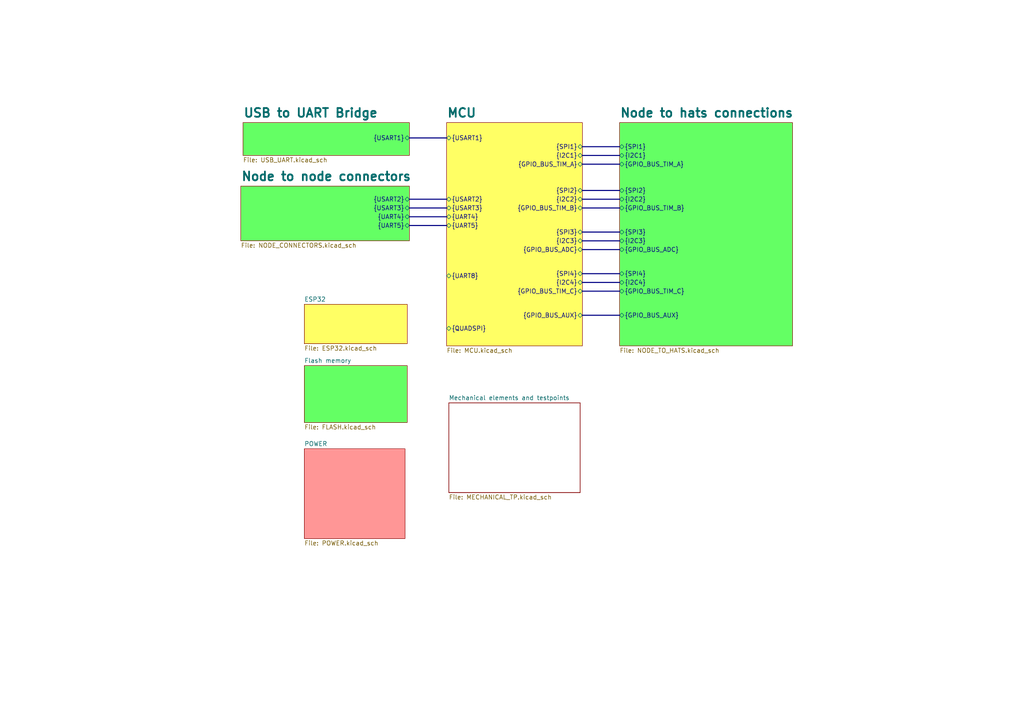
<source format=kicad_sch>
(kicad_sch (version 20211123) (generator eeschema)
  (paper "A4")
  (lib_symbols)
  (bus_alias "USART1" (members "USART1_TX" "USART1_RX"))
  (bus_alias "SPI4" (members "SPI4_SCK" "SPI4_MOSI" "SPI4_MISO" "SPI4_CS"))
  (bus_alias "SPI3" (members "SPI3_SCK" "SPI3_MOSI" "SPI3_MISO" "SPI3_CS"))
  (bus_alias "GPIO_BUS_ADC" (members "ADC12_INN5" "ADC12_INP5" "ADC12_INN4" "ADC12_INP4" "PE3" "PE2"))
  (bus_alias "QUADSPI" (members "QUADSPI_CLK" "QUADSPI_BK2_NCS" "QUADSPI_BK2_IO0" "QUADSPI_BK2_IO1" "QUADSPI_BK2_IO2" "QUADSPI_BK2_IO3"))
  (bus_alias "I2C2" (members "I2C2_SCL" "I2C2_SDA"))
  (bus_alias "I2C3" (members "I2C3_SCL" "I2C3_SDA"))
  (bus_alias "SPI2" (members "SPI2_SCK" "SPI2_MOSI" "SPI2_MISO" "SPI2_CS"))
  (bus_alias "I2C4" (members "I2C4_SCL" "I2C4_SDA"))
  (bus_alias "GPIO_BUS_TIM_A" (members "TIM3_CH1" "TIM3_CH2" "TIM3_CH3" "TIM1_CH2" "TIM1_CH3" "TIM1_CH4"))
  (bus_alias "I2C1" (members "I2C1_SCL" "I2C1_SDA"))
  (bus_alias "USART3" (members "USART3_TX" "USART3_RX"))
  (bus_alias "UART4" (members "UART4_TX" "UART4_RX"))
  (bus_alias "GPIO_BUS_TIM_C" (members "TIM2_CH4" "TIM2_CH3" "TIM2_CH2" "TIM2_CH1" "PC0" "PC13"))
  (bus_alias "GPIO_BUS_AUX" (members "PE6" "PE5" "PE4"))
  (bus_alias "SPI1" (members "SPI1_SCK" "SPI1_MOSI" "SPI1_MISO" "SPI1_CS"))
  (bus_alias "UART5" (members "UART5_TX" "UART5_RX"))
  (bus_alias "GPIO_BUS_TIM_B" (members "PD11" "PD10" "TIM4_CH4" "TIM4_CH3" "TIM4_CH2" "TIM4_CH1"))
  (bus_alias "USART2" (members "USART2_TX" "USART2_RX"))
  (bus_alias "UART8" (members "UART8_TX" "UART8_RX"))
  (bus (pts (xy 118.745 65.405) (xy 129.54 65.405)))
  (bus (pts (xy 168.91 55.245) (xy 179.705 55.245)))
  (bus (pts (xy 168.91 60.325) (xy 179.705 60.325)))
  (bus (pts (xy 168.91 84.455) (xy 179.705 84.455)))
  (bus (pts (xy 168.91 67.31) (xy 179.705 67.31)))
  (bus (pts (xy 118.745 40.005) (xy 129.54 40.005)))
  (bus (pts (xy 168.91 81.915) (xy 179.705 81.915)))
  (bus (pts (xy 118.745 62.865) (xy 129.54 62.865)))
  (bus (pts (xy 168.91 91.44) (xy 179.705 91.44)))
  (bus (pts (xy 118.745 57.785) (xy 129.54 57.785)))
  (bus (pts (xy 168.91 57.785) (xy 179.705 57.785)))
  (bus (pts (xy 168.91 72.39) (xy 179.705 72.39)))
  (bus (pts (xy 168.91 79.375) (xy 179.705 79.375)))
  (bus (pts (xy 168.91 69.85) (xy 179.705 69.85)))
  (bus (pts (xy 168.91 47.625) (xy 179.705 47.625)))
  (bus (pts (xy 168.91 45.085) (xy 179.705 45.085)))
  (bus (pts (xy 168.91 42.545) (xy 179.705 42.545)))
  (bus (pts (xy 118.745 60.325) (xy 129.54 60.325)))
  (sheet (at 70.485 35.56) (size 48.26 9.525) (stroke (width 0.1524)) (fill (color 100 255 100 1.0000))
    (property "Sheet name" "USB to UART Bridge" (at 70.485 34.2134 0) (effects (font (size 2.54 2.54) bold) (justify left bottom)))
    (property "Sheet file" "USB_UART.kicad_sch" (at 70.485 45.6696 0) (effects (justify left top)))
    (pin "{USART1}" bidirectional (at 118.745 40.005 0))
  )
  (sheet (at 88.265 130.175) (size 29.21 26.035) (stroke (width 0.1524)) (fill (color 255 150 150 1.0000))
    (property "Sheet name" "POWER" (at 88.265 129.4634 0) (effects (justify left bottom)))
    (property "Sheet file" "POWER.kicad_sch" (at 88.265 156.7946 0) (effects (justify left top)))
  )
  (sheet (at 88.265 88.265) (size 29.845 11.43) (stroke (width 0.1524)) (fill (color 255 255 100 1.0000))
    (property "Sheet name" "ESP32" (at 88.265 87.5534 0) (effects (justify left bottom)))
    (property "Sheet file" "ESP32.kicad_sch" (at 88.265 100.2796 0) (effects (justify left top)))
  )
  (sheet (at 129.54 35.56) (size 39.37 64.77) (stroke (width 0.1524)) (fill (color 255 255 100 1.0000))
    (property "Sheet name" "MCU" (at 129.54 34.2134 0) (effects (font (size 2.54 2.54) bold) (justify left bottom)))
    (property "Sheet file" "MCU.kicad_sch" (at 129.54 100.9146 0) (effects (justify left top)))
    (pin "{USART1}" bidirectional (at 129.54 40.005 180))
    (pin "{USART2}" bidirectional (at 129.54 57.785 180))
    (pin "{USART3}" bidirectional (at 129.54 60.325 180))
    (pin "{UART5}" bidirectional (at 129.54 65.405 180))
    (pin "{UART4}" bidirectional (at 129.54 62.865 180))
    (pin "{GPIO_BUS_AUX}" bidirectional (at 168.91 91.44 0))
    (pin "{GPIO_BUS_TIM_B}" bidirectional (at 168.91 60.325 0))
    (pin "{GPIO_BUS_ADC}" bidirectional (at 168.91 72.39 0))
    (pin "{GPIO_BUS_TIM_C}" bidirectional (at 168.91 84.455 0))
    (pin "{SPI3}" bidirectional (at 168.91 67.31 0))
    (pin "{SPI4}" bidirectional (at 168.91 79.375 0))
    (pin "{I2C1}" bidirectional (at 168.91 45.085 0))
    (pin "{I2C2}" bidirectional (at 168.91 57.785 0))
    (pin "{I2C3}" bidirectional (at 168.91 69.85 0))
    (pin "{I2C4}" bidirectional (at 168.91 81.915 0))
    (pin "{SPI1}" bidirectional (at 168.91 42.545 0))
    (pin "{SPI2}" bidirectional (at 168.91 55.245 0))
    (pin "{QUADSPI}" bidirectional (at 129.54 95.25 180))
    (pin "{UART8}" bidirectional (at 129.54 80.01 180))
    (pin "{GPIO_BUS_TIM_A}" bidirectional (at 168.91 47.625 0))
  )
  (sheet (at 130.175 116.84) (size 38.1 26.035) (stroke (width 0.1524))
    (property "Sheet name" "Mechanical elements and testpoints" (at 130.175 116.1284 0) (effects (justify left bottom)))
    (property "Sheet file" "MECHANICAL_TP.kicad_sch" (at 130.175 143.4596 0) (effects (justify left top)))
  )
  (sheet (at 88.265 106.045) (size 29.845 16.51) (stroke (width 0.1524)) (fill (color 100 255 100 1.0000))
    (property "Sheet name" "Flash memory" (at 88.265 105.3334 0) (effects (justify left bottom)))
    (property "Sheet file" "FLASH.kicad_sch" (at 88.265 123.1396 0) (effects (justify left top)))
  )
  (sheet (at 69.85 53.975) (size 48.895 15.875) (stroke (width 0.1524)) (fill (color 100 255 100 1.0000))
    (property "Sheet name" "Node to node connectors" (at 69.85 52.6284 0) (effects (font (size 2.54 2.54) bold) (justify left bottom)))
    (property "Sheet file" "NODE_CONNECTORS.kicad_sch" (at 69.85 70.4346 0) (effects (justify left top)))
    (pin "{USART3}" bidirectional (at 118.745 60.325 0))
    (pin "{USART2}" bidirectional (at 118.745 57.785 0))
    (pin "{UART4}" bidirectional (at 118.745 62.865 0))
    (pin "{UART5}" bidirectional (at 118.745 65.405 0))
  )
  (sheet (at 179.705 35.56) (size 50.165 64.77) (stroke (width 0.1524)) (fill (color 100 255 100 1.0000))
    (property "Sheet name" "Node to hats connections" (at 179.705 34.2134 0) (effects (font (size 2.54 2.54) bold) (justify left bottom)))
    (property "Sheet file" "NODE_TO_HATS.kicad_sch" (at 179.705 100.9146 0) (effects (justify left top)))
    (pin "{SPI1}" bidirectional (at 179.705 42.545 180))
    (pin "{I2C1}" bidirectional (at 179.705 45.085 180))
    (pin "{GPIO_BUS_TIM_A}" bidirectional (at 179.705 47.625 180))
    (pin "{I2C2}" bidirectional (at 179.705 57.785 180))
    (pin "{SPI2}" bidirectional (at 179.705 55.245 180))
    (pin "{GPIO_BUS_TIM_B}" bidirectional (at 179.705 60.325 180))
    (pin "{SPI3}" bidirectional (at 179.705 67.31 180))
    (pin "{I2C3}" bidirectional (at 179.705 69.85 180))
    (pin "{GPIO_BUS_TIM_C}" bidirectional (at 179.705 84.455 180))
    (pin "{I2C4}" bidirectional (at 179.705 81.915 180))
    (pin "{SPI4}" bidirectional (at 179.705 79.375 180))
    (pin "{GPIO_BUS_ADC}" bidirectional (at 179.705 72.39 180))
    (pin "{GPIO_BUS_AUX}" bidirectional (at 179.705 91.44 180))
  )
)
</source>
